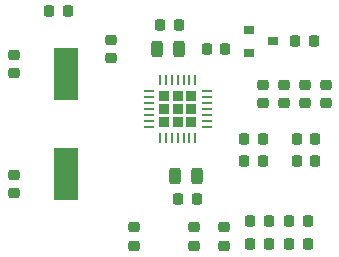
<source format=gtp>
%TF.GenerationSoftware,KiCad,Pcbnew,(5.99.0-7696-gc8be87a654)*%
%TF.CreationDate,2020-12-26T21:21:26+10:30*%
%TF.ProjectId,MCP39F521_Breakout,4d435033-3946-4353-9231-5f427265616b,rev?*%
%TF.SameCoordinates,Original*%
%TF.FileFunction,Paste,Top*%
%TF.FilePolarity,Positive*%
%FSLAX46Y46*%
G04 Gerber Fmt 4.6, Leading zero omitted, Abs format (unit mm)*
G04 Created by KiCad (PCBNEW (5.99.0-7696-gc8be87a654)) date 2020-12-26 21:21:26*
%MOMM*%
%LPD*%
G01*
G04 APERTURE LIST*
G04 Aperture macros list*
%AMRoundRect*
0 Rectangle with rounded corners*
0 $1 Rounding radius*
0 $2 $3 $4 $5 $6 $7 $8 $9 X,Y pos of 4 corners*
0 Add a 4 corners polygon primitive as box body*
4,1,4,$2,$3,$4,$5,$6,$7,$8,$9,$2,$3,0*
0 Add four circle primitives for the rounded corners*
1,1,$1+$1,$2,$3,0*
1,1,$1+$1,$4,$5,0*
1,1,$1+$1,$6,$7,0*
1,1,$1+$1,$8,$9,0*
0 Add four rect primitives between the rounded corners*
20,1,$1+$1,$2,$3,$4,$5,0*
20,1,$1+$1,$4,$5,$6,$7,0*
20,1,$1+$1,$6,$7,$8,$9,0*
20,1,$1+$1,$8,$9,$2,$3,0*%
G04 Aperture macros list end*
%ADD10RoundRect,0.062500X-0.062500X-0.337500X0.062500X-0.337500X0.062500X0.337500X-0.062500X0.337500X0*%
%ADD11RoundRect,0.062500X-0.337500X-0.062500X0.337500X-0.062500X0.337500X0.062500X-0.337500X0.062500X0*%
%ADD12RoundRect,0.225000X-0.225000X-0.225000X0.225000X-0.225000X0.225000X0.225000X-0.225000X0.225000X0*%
%ADD13RoundRect,0.218750X-0.218750X-0.256250X0.218750X-0.256250X0.218750X0.256250X-0.218750X0.256250X0*%
%ADD14RoundRect,0.218750X0.256250X-0.218750X0.256250X0.218750X-0.256250X0.218750X-0.256250X-0.218750X0*%
%ADD15RoundRect,0.218750X-0.256250X0.218750X-0.256250X-0.218750X0.256250X-0.218750X0.256250X0.218750X0*%
%ADD16RoundRect,0.218750X0.218750X0.256250X-0.218750X0.256250X-0.218750X-0.256250X0.218750X-0.256250X0*%
%ADD17R,2.000000X4.500000*%
%ADD18RoundRect,0.243750X-0.243750X-0.456250X0.243750X-0.456250X0.243750X0.456250X-0.243750X0.456250X0*%
%ADD19R,0.900000X0.800000*%
G04 APERTURE END LIST*
D10*
%TO.C,U1*%
X130490000Y-105500000D03*
X130990000Y-105500000D03*
X131490000Y-105500000D03*
X131990000Y-105500000D03*
X132490000Y-105500000D03*
X132990000Y-105500000D03*
X133490000Y-105500000D03*
D11*
X134440000Y-106450000D03*
X134440000Y-106950000D03*
X134440000Y-107450000D03*
X134440000Y-107950000D03*
X134440000Y-108450000D03*
X134440000Y-108950000D03*
X134440000Y-109450000D03*
D10*
X133490000Y-110400000D03*
X132990000Y-110400000D03*
X132490000Y-110400000D03*
X131990000Y-110400000D03*
X131490000Y-110400000D03*
X130990000Y-110400000D03*
X130490000Y-110400000D03*
D11*
X129540000Y-109450000D03*
X129540000Y-108950000D03*
X129540000Y-108450000D03*
X129540000Y-107950000D03*
X129540000Y-107450000D03*
X129540000Y-106950000D03*
X129540000Y-106450000D03*
D12*
X133110000Y-109070000D03*
X133110000Y-107950000D03*
X133110000Y-106830000D03*
X131990000Y-109070000D03*
X131990000Y-107950000D03*
X131990000Y-106830000D03*
X130870000Y-109070000D03*
X130870000Y-107950000D03*
X130870000Y-106830000D03*
%TD*%
D13*
%TO.C,R4*%
X142087500Y-112395000D03*
X143662500Y-112395000D03*
%TD*%
%TO.C,R7*%
X141934500Y-102235000D03*
X143509500Y-102235000D03*
%TD*%
D14*
%TO.C,R1*%
X142748000Y-107467500D03*
X142748000Y-105892500D03*
%TD*%
D15*
%TO.C,R5*%
X128270000Y-117957500D03*
X128270000Y-119532500D03*
%TD*%
D13*
%TO.C,R12*%
X138150500Y-119380000D03*
X139725500Y-119380000D03*
%TD*%
%TO.C,C5*%
X132054500Y-115570000D03*
X133629500Y-115570000D03*
%TD*%
D16*
%TO.C,L2*%
X143027500Y-117475000D03*
X141452500Y-117475000D03*
%TD*%
D17*
%TO.C,Y1*%
X122555000Y-113470000D03*
X122555000Y-104970000D03*
%TD*%
D13*
%TO.C,R6*%
X121132500Y-99695000D03*
X122707500Y-99695000D03*
%TD*%
%TO.C,C8*%
X130530500Y-100838000D03*
X132105500Y-100838000D03*
%TD*%
D14*
%TO.C,C2*%
X140970000Y-107467500D03*
X140970000Y-105892500D03*
%TD*%
D16*
%TO.C,C3*%
X139217500Y-110490000D03*
X137642500Y-110490000D03*
%TD*%
D18*
%TO.C,C7*%
X130204500Y-102870000D03*
X132079500Y-102870000D03*
%TD*%
D15*
%TO.C,R9*%
X133350000Y-117957500D03*
X133350000Y-119532500D03*
%TD*%
D13*
%TO.C,R11*%
X141452500Y-119380000D03*
X143027500Y-119380000D03*
%TD*%
D19*
%TO.C,U2*%
X138065000Y-101285000D03*
X138065000Y-103185000D03*
X140065000Y-102235000D03*
%TD*%
D15*
%TO.C,R10*%
X135890000Y-117957500D03*
X135890000Y-119532500D03*
%TD*%
%TO.C,C9*%
X118110000Y-103352500D03*
X118110000Y-104927500D03*
%TD*%
D14*
%TO.C,R2*%
X139192000Y-107467500D03*
X139192000Y-105892500D03*
%TD*%
D18*
%TO.C,C6*%
X131777500Y-113665000D03*
X133652500Y-113665000D03*
%TD*%
D16*
%TO.C,C4*%
X143662500Y-110490000D03*
X142087500Y-110490000D03*
%TD*%
D13*
%TO.C,L1*%
X138124500Y-117475000D03*
X139699500Y-117475000D03*
%TD*%
D14*
%TO.C,C10*%
X118110000Y-115087500D03*
X118110000Y-113512500D03*
%TD*%
%TO.C,C1*%
X144526000Y-107467500D03*
X144526000Y-105892500D03*
%TD*%
D16*
%TO.C,R3*%
X139217500Y-112395000D03*
X137642500Y-112395000D03*
%TD*%
D15*
%TO.C,R8*%
X126365000Y-102082500D03*
X126365000Y-103657500D03*
%TD*%
D16*
%TO.C,C11*%
X136042500Y-102870000D03*
X134467500Y-102870000D03*
%TD*%
M02*

</source>
